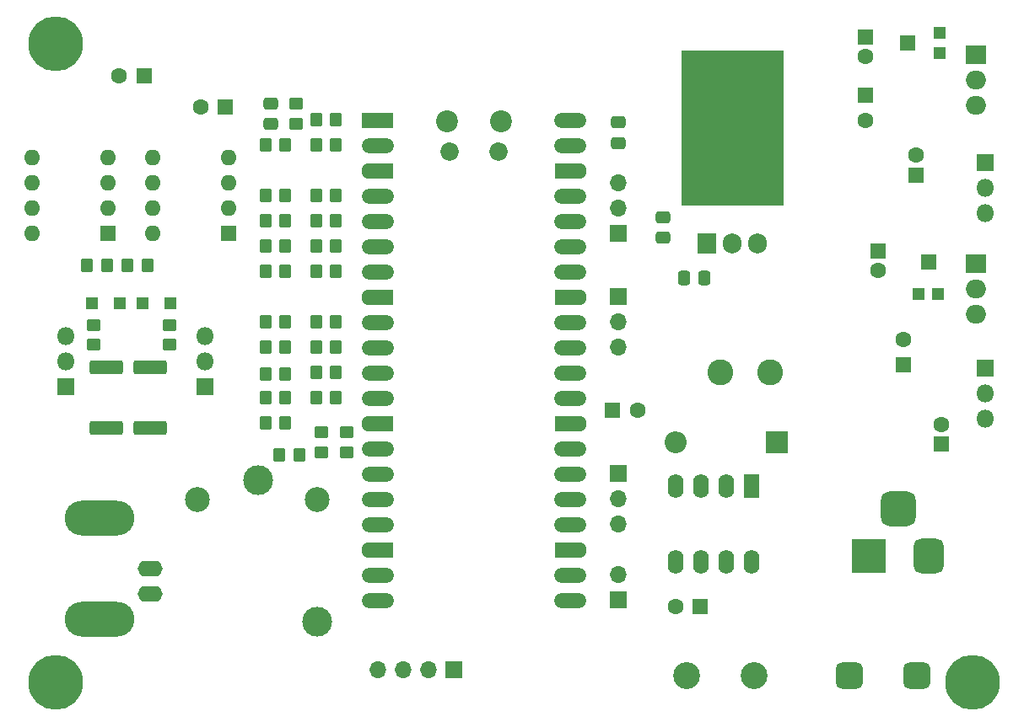
<source format=gbr>
%TF.GenerationSoftware,KiCad,Pcbnew,8.0.1*%
%TF.CreationDate,2024-05-10T21:26:45+02:00*%
%TF.ProjectId,SiganlGen,53696761-6e6c-4476-956e-2e6b69636164,rev?*%
%TF.SameCoordinates,Original*%
%TF.FileFunction,Soldermask,Top*%
%TF.FilePolarity,Negative*%
%FSLAX46Y46*%
G04 Gerber Fmt 4.6, Leading zero omitted, Abs format (unit mm)*
G04 Created by KiCad (PCBNEW 8.0.1) date 2024-05-10 21:26:45*
%MOMM*%
%LPD*%
G01*
G04 APERTURE LIST*
G04 Aperture macros list*
%AMRoundRect*
0 Rectangle with rounded corners*
0 $1 Rounding radius*
0 $2 $3 $4 $5 $6 $7 $8 $9 X,Y pos of 4 corners*
0 Add a 4 corners polygon primitive as box body*
4,1,4,$2,$3,$4,$5,$6,$7,$8,$9,$2,$3,0*
0 Add four circle primitives for the rounded corners*
1,1,$1+$1,$2,$3*
1,1,$1+$1,$4,$5*
1,1,$1+$1,$6,$7*
1,1,$1+$1,$8,$9*
0 Add four rect primitives between the rounded corners*
20,1,$1+$1,$2,$3,$4,$5,0*
20,1,$1+$1,$4,$5,$6,$7,0*
20,1,$1+$1,$6,$7,$8,$9,0*
20,1,$1+$1,$8,$9,$2,$3,0*%
%AMFreePoly0*
4,1,28,0.178017,0.779942,0.347107,0.720775,0.498792,0.625465,0.625465,0.498792,0.720775,0.347107,0.779942,0.178017,0.800000,0.000000,0.779942,-0.178017,0.720775,-0.347107,0.625465,-0.498792,0.498792,-0.625465,0.347107,-0.720775,0.178017,-0.779942,0.000000,-0.800000,-2.200000,-0.800000,-2.205014,-0.794986,-2.244504,-0.794986,-2.324698,-0.756366,-2.380194,-0.686777,-2.400000,-0.600000,
-2.400000,0.600000,-2.380194,0.686777,-2.324698,0.756366,-2.244504,0.794986,-2.205014,0.794986,-2.200000,0.800000,0.000000,0.800000,0.178017,0.779942,0.178017,0.779942,$1*%
%AMFreePoly1*
4,1,28,0.605014,0.794986,0.644504,0.794986,0.724698,0.756366,0.780194,0.686777,0.800000,0.600000,0.800000,-0.600000,0.780194,-0.686777,0.724698,-0.756366,0.644504,-0.794986,0.605014,-0.794986,0.600000,-0.800000,0.000000,-0.800000,-0.178017,-0.779942,-0.347107,-0.720775,-0.498792,-0.625465,-0.625465,-0.498792,-0.720775,-0.347107,-0.779942,-0.178017,-0.800000,0.000000,-0.779942,0.178017,
-0.720775,0.347107,-0.625465,0.498792,-0.498792,0.625465,-0.347107,0.720775,-0.178017,0.779942,0.000000,0.800000,0.600000,0.800000,0.605014,0.794986,0.605014,0.794986,$1*%
%AMFreePoly2*
4,1,29,0.605014,0.794986,0.644504,0.794986,0.724698,0.756366,0.780194,0.686777,0.800000,0.600000,0.800000,-0.600000,0.780194,-0.686777,0.724698,-0.756366,0.644504,-0.794986,0.605014,-0.794986,0.600000,-0.800000,0.000000,-0.800000,-1.600000,-0.800000,-1.778017,-0.779942,-1.947107,-0.720775,-2.098792,-0.625465,-2.225465,-0.498792,-2.320775,-0.347107,-2.379942,-0.178017,-2.400000,0.000000,
-2.379942,0.178017,-2.320775,0.347107,-2.225465,0.498792,-2.098792,0.625465,-1.947107,0.720775,-1.778017,0.779942,-1.600000,0.800000,0.600000,0.800000,0.605014,0.794986,0.605014,0.794986,$1*%
%AMFreePoly3*
4,1,28,0.178017,0.779942,0.347107,0.720775,0.498792,0.625465,0.625465,0.498792,0.720775,0.347107,0.779942,0.178017,0.800000,0.000000,0.779942,-0.178017,0.720775,-0.347107,0.625465,-0.498792,0.498792,-0.625465,0.347107,-0.720775,0.178017,-0.779942,0.000000,-0.800000,-0.600000,-0.800000,-0.605014,-0.794986,-0.644504,-0.794986,-0.724698,-0.756366,-0.780194,-0.686777,-0.800000,-0.600000,
-0.800000,0.600000,-0.780194,0.686777,-0.724698,0.756366,-0.644504,0.794986,-0.605014,0.794986,-0.600000,0.800000,0.000000,0.800000,0.178017,0.779942,0.178017,0.779942,$1*%
%AMFreePoly4*
4,1,29,1.778017,0.779942,1.947107,0.720775,2.098792,0.625465,2.225465,0.498792,2.320775,0.347107,2.379942,0.178017,2.400000,0.000000,2.379942,-0.178017,2.320775,-0.347107,2.225465,-0.498792,2.098792,-0.625465,1.947107,-0.720775,1.778017,-0.779942,1.600000,-0.800000,0.000000,-0.800000,-0.600000,-0.800000,-0.605014,-0.794986,-0.644504,-0.794986,-0.724698,-0.756366,-0.780194,-0.686777,
-0.800000,-0.600000,-0.800000,0.600000,-0.780194,0.686777,-0.724698,0.756366,-0.644504,0.794986,-0.605014,0.794986,-0.600000,0.800000,1.600000,0.800000,1.778017,0.779942,1.778017,0.779942,$1*%
G04 Aperture macros list end*
%ADD10C,0.100000*%
%ADD11RoundRect,0.250000X0.350000X0.450000X-0.350000X0.450000X-0.350000X-0.450000X0.350000X-0.450000X0*%
%ADD12RoundRect,0.250000X-0.350000X-0.450000X0.350000X-0.450000X0.350000X0.450000X-0.350000X0.450000X0*%
%ADD13RoundRect,0.249999X-1.425001X0.450001X-1.425001X-0.450001X1.425001X-0.450001X1.425001X0.450001X0*%
%ADD14R,1.600000X1.600000*%
%ADD15C,1.600000*%
%ADD16RoundRect,0.250000X0.475000X-0.337500X0.475000X0.337500X-0.475000X0.337500X-0.475000X-0.337500X0*%
%ADD17R,1.800000X1.800000*%
%ADD18O,1.800000X1.800000*%
%ADD19R,1.700000X1.700000*%
%ADD20O,1.700000X1.700000*%
%ADD21O,1.600000X1.600000*%
%ADD22C,2.200000*%
%ADD23C,1.850000*%
%ADD24RoundRect,0.200000X-0.600000X-0.600000X0.600000X-0.600000X0.600000X0.600000X-0.600000X0.600000X0*%
%ADD25FreePoly0,0.000000*%
%ADD26RoundRect,0.800000X-0.800000X-0.000010X0.800000X-0.000010X0.800000X0.000010X-0.800000X0.000010X0*%
%ADD27FreePoly1,0.000000*%
%ADD28FreePoly2,0.000000*%
%ADD29FreePoly3,0.000000*%
%ADD30FreePoly4,0.000000*%
%ADD31O,3.500000X3.500000*%
%ADD32R,1.905000X2.000000*%
%ADD33O,1.905000X2.000000*%
%ADD34C,5.500000*%
%ADD35RoundRect,0.250000X-0.475000X0.337500X-0.475000X-0.337500X0.475000X-0.337500X0.475000X0.337500X0*%
%ADD36RoundRect,0.250000X-0.450000X0.350000X-0.450000X-0.350000X0.450000X-0.350000X0.450000X0.350000X0*%
%ADD37R,2.200000X2.200000*%
%ADD38O,2.200000X2.200000*%
%ADD39R,1.200000X1.200000*%
%ADD40RoundRect,0.675000X0.675000X0.675000X-0.675000X0.675000X-0.675000X-0.675000X0.675000X-0.675000X0*%
%ADD41C,2.700000*%
%ADD42O,2.500000X1.600000*%
%ADD43O,7.000000X3.500000*%
%ADD44R,2.000000X1.905000*%
%ADD45O,2.000000X1.905000*%
%ADD46RoundRect,0.250000X0.450000X-0.350000X0.450000X0.350000X-0.450000X0.350000X-0.450000X-0.350000X0*%
%ADD47R,1.500000X1.600000*%
%ADD48R,3.500000X3.500000*%
%ADD49RoundRect,0.750000X0.750000X1.000000X-0.750000X1.000000X-0.750000X-1.000000X0.750000X-1.000000X0*%
%ADD50RoundRect,0.875000X0.875000X0.875000X-0.875000X0.875000X-0.875000X-0.875000X0.875000X-0.875000X0*%
%ADD51R,1.600000X2.400000*%
%ADD52O,1.600000X2.400000*%
%ADD53RoundRect,0.250000X0.337500X0.475000X-0.337500X0.475000X-0.337500X-0.475000X0.337500X-0.475000X0*%
%ADD54RoundRect,0.249999X1.425001X-0.450001X1.425001X0.450001X-1.425001X0.450001X-1.425001X-0.450001X0*%
%ADD55C,2.600000*%
%ADD56C,3.000000*%
%ADD57C,2.500000*%
%ADD58R,1.600000X1.500000*%
G04 APERTURE END LIST*
D10*
X188595000Y-51689000D02*
X178435000Y-51689000D01*
X178435000Y-36195000D01*
X188595000Y-36195000D01*
X188595000Y-51689000D01*
G36*
X188595000Y-51689000D02*
G01*
X178435000Y-51689000D01*
X178435000Y-36195000D01*
X188595000Y-36195000D01*
X188595000Y-51689000D01*
G37*
D11*
%TO.C,R28*%
X138652000Y-71120000D03*
X136652000Y-71120000D03*
%TD*%
D12*
%TO.C,R41*%
X118745000Y-57785000D03*
X120745000Y-57785000D03*
%TD*%
D13*
%TO.C,R43*%
X125095000Y-68070000D03*
X125095000Y-74170000D03*
%TD*%
D14*
%TO.C,C6*%
X171504887Y-72390000D03*
D15*
X174004887Y-72390000D03*
%TD*%
D16*
%TO.C,C15*%
X137160000Y-43582500D03*
X137160000Y-41507500D03*
%TD*%
D11*
%TO.C,R20*%
X138652000Y-45720000D03*
X136652000Y-45720000D03*
%TD*%
D17*
%TO.C,Q4*%
X116580000Y-69975000D03*
D18*
X116580000Y-67435000D03*
X116580000Y-64895000D03*
%TD*%
D19*
%TO.C,J3*%
X155575000Y-98425000D03*
D20*
X153035000Y-98425000D03*
X150495000Y-98425000D03*
X147955000Y-98425000D03*
%TD*%
D14*
%TO.C,U6*%
X132937500Y-54549800D03*
D21*
X132937500Y-52009800D03*
X132937500Y-49469800D03*
X132937500Y-46929800D03*
X125317500Y-46929800D03*
X125317500Y-49469800D03*
X125317500Y-52009800D03*
X125317500Y-54549800D03*
%TD*%
D11*
%TO.C,R21*%
X138652000Y-50800000D03*
X136652000Y-50800000D03*
%TD*%
D12*
%TO.C,R12*%
X141748000Y-50800000D03*
X143748000Y-50800000D03*
%TD*%
D19*
%TO.C,J5*%
X172085000Y-78740000D03*
D20*
X172085000Y-81280000D03*
X172085000Y-83820000D03*
%TD*%
D19*
%TO.C,J6*%
X172085000Y-60960000D03*
D20*
X172085000Y-63500000D03*
X172085000Y-66040000D03*
%TD*%
D22*
%TO.C,U1*%
X154875000Y-43337500D03*
D23*
X155175000Y-46367500D03*
X160025000Y-46367500D03*
D22*
X160325000Y-43337500D03*
D24*
X148710000Y-43207500D03*
D25*
X148710000Y-43207500D03*
D15*
X148710000Y-45747500D03*
D26*
X147910000Y-45747500D03*
D27*
X148710000Y-48287500D03*
D28*
X148710000Y-48287500D03*
D15*
X148710000Y-50827500D03*
D26*
X147910000Y-50827500D03*
D15*
X148710000Y-53367500D03*
D26*
X147910000Y-53367500D03*
D15*
X148710000Y-55907500D03*
D26*
X147910000Y-55907500D03*
D15*
X148710000Y-58447500D03*
D26*
X147910000Y-58447500D03*
D27*
X148710000Y-60987500D03*
D28*
X148710000Y-60987500D03*
D15*
X148710000Y-63527500D03*
D26*
X147910000Y-63527500D03*
D15*
X148710000Y-66067500D03*
D26*
X147910000Y-66067500D03*
D15*
X148710000Y-68607500D03*
D26*
X147910000Y-68607500D03*
D15*
X148710000Y-71147500D03*
D26*
X147910000Y-71147500D03*
D27*
X148710000Y-73687500D03*
D28*
X148710000Y-73687500D03*
D15*
X148710000Y-76227500D03*
D26*
X147910000Y-76227500D03*
D15*
X148710000Y-78767500D03*
D26*
X147910000Y-78767500D03*
D15*
X148710000Y-81307500D03*
D26*
X147910000Y-81307500D03*
D15*
X148710000Y-83847500D03*
D26*
X147910000Y-83847500D03*
D27*
X148710000Y-86387500D03*
D28*
X148710000Y-86387500D03*
D15*
X148710000Y-88927500D03*
D26*
X147910000Y-88927500D03*
D15*
X148710000Y-91467500D03*
D26*
X147910000Y-91467500D03*
D15*
X166490000Y-91467500D03*
D26*
X167290000Y-91467500D03*
D15*
X166490000Y-88927500D03*
D26*
X167290000Y-88927500D03*
D29*
X166490000Y-86387500D03*
D30*
X166490000Y-86387500D03*
D15*
X166490000Y-83847500D03*
D26*
X167290000Y-83847500D03*
D15*
X166490000Y-81307500D03*
D26*
X167290000Y-81307500D03*
D15*
X166490000Y-78767500D03*
D26*
X167290000Y-78767500D03*
D15*
X166490000Y-76227500D03*
D26*
X167290000Y-76227500D03*
D29*
X166490000Y-73687500D03*
D30*
X166490000Y-73687500D03*
D15*
X166490000Y-71147500D03*
D26*
X167290000Y-71147500D03*
D15*
X166490000Y-68607500D03*
D26*
X167290000Y-68607500D03*
D15*
X166490000Y-66067500D03*
D26*
X167290000Y-66067500D03*
D15*
X166490000Y-63527500D03*
D26*
X167290000Y-63527500D03*
D29*
X166490000Y-60987500D03*
D30*
X166490000Y-60987500D03*
D15*
X166490000Y-58447500D03*
D26*
X167290000Y-58447500D03*
D15*
X166490000Y-55907500D03*
D26*
X167290000Y-55907500D03*
D15*
X166490000Y-53367500D03*
D26*
X167290000Y-53367500D03*
D15*
X166490000Y-50827500D03*
D26*
X167290000Y-50827500D03*
D29*
X166490000Y-48287500D03*
D30*
X166490000Y-48287500D03*
D15*
X166490000Y-45747500D03*
D26*
X167290000Y-45747500D03*
D15*
X166490000Y-43207500D03*
D26*
X167290000Y-43207500D03*
%TD*%
D11*
%TO.C,R23*%
X138652000Y-55880000D03*
X136652000Y-55880000D03*
%TD*%
D31*
%TO.C,U3*%
X183515000Y-38925000D03*
D32*
X180975000Y-55585000D03*
D33*
X183515000Y-55585000D03*
X186055000Y-55585000D03*
%TD*%
D17*
%TO.C,Q1*%
X208915000Y-47447556D03*
D18*
X208915000Y-49987556D03*
X208915000Y-52527556D03*
%TD*%
D34*
%TO.C,REF\u002A\u002A*%
X115570000Y-35560000D03*
%TD*%
D35*
%TO.C,C5*%
X176530000Y-52937500D03*
X176530000Y-55012500D03*
%TD*%
D34*
%TO.C,REF\u002A\u002A*%
X115570000Y-99695000D03*
%TD*%
D36*
%TO.C,R31*%
X142240000Y-74565000D03*
X142240000Y-76565000D03*
%TD*%
D19*
%TO.C,J7*%
X172085000Y-54610000D03*
D20*
X172085000Y-52070000D03*
X172085000Y-49530000D03*
%TD*%
D37*
%TO.C,D2*%
X187950000Y-75555000D03*
D38*
X177790000Y-75555000D03*
%TD*%
D14*
%TO.C,C22*%
X124460000Y-38735000D03*
D15*
X121960000Y-38735000D03*
%TD*%
D39*
%TO.C,D9*%
X127130000Y-61595000D03*
X124330000Y-61595000D03*
%TD*%
D14*
%TO.C,C7*%
X201930000Y-48717556D03*
D15*
X201930000Y-46717556D03*
%TD*%
D12*
%TO.C,R16*%
X141748000Y-63500000D03*
X143748000Y-63500000D03*
%TD*%
D39*
%TO.C,D8*%
X122050000Y-61595000D03*
X119250000Y-61595000D03*
%TD*%
D36*
%TO.C,R39*%
X119380000Y-63770000D03*
X119380000Y-65770000D03*
%TD*%
D40*
%TO.C,F1*%
X202055000Y-99060000D03*
X195295000Y-99060000D03*
D41*
X185705000Y-99060000D03*
X178945000Y-99060000D03*
%TD*%
D36*
%TO.C,R30*%
X144780000Y-74565000D03*
X144780000Y-76565000D03*
%TD*%
D12*
%TO.C,R13*%
X141748000Y-53340000D03*
X143748000Y-53340000D03*
%TD*%
%TO.C,R14*%
X141748000Y-55880000D03*
X143748000Y-55880000D03*
%TD*%
D36*
%TO.C,R32*%
X139700000Y-41545000D03*
X139700000Y-43545000D03*
%TD*%
D42*
%TO.C,J2*%
X125095000Y-88265000D03*
D43*
X120015000Y-93345000D03*
D42*
X125095000Y-90805000D03*
D43*
X120015000Y-83185000D03*
%TD*%
D44*
%TO.C,U5*%
X207962500Y-57607556D03*
D45*
X207962500Y-60147556D03*
X207962500Y-62687556D03*
%TD*%
D44*
%TO.C,U4*%
X207985000Y-36652556D03*
D45*
X207985000Y-39192556D03*
X207985000Y-41732556D03*
%TD*%
D46*
%TO.C,R40*%
X127000000Y-65770000D03*
X127000000Y-63770000D03*
%TD*%
D39*
%TO.C,R6*%
X204365000Y-36446056D03*
D47*
X201115000Y-35446056D03*
D39*
X204365000Y-34446056D03*
%TD*%
D48*
%TO.C,J1*%
X197200000Y-86995000D03*
D49*
X203200000Y-86995000D03*
D50*
X200200000Y-82295000D03*
%TD*%
D14*
%TO.C,C8*%
X204470000Y-75772556D03*
D15*
X204470000Y-73772556D03*
%TD*%
D16*
%TO.C,C1*%
X172085000Y-45487500D03*
X172085000Y-43412500D03*
%TD*%
D14*
%TO.C,C23*%
X132650113Y-41910000D03*
D15*
X130150113Y-41910000D03*
%TD*%
D12*
%TO.C,R18*%
X141748000Y-68580000D03*
X143748000Y-68580000D03*
%TD*%
D51*
%TO.C,U2*%
X185410000Y-80010000D03*
D52*
X182870000Y-80010000D03*
X180330000Y-80010000D03*
X177790000Y-80010000D03*
X177790000Y-87630000D03*
X180330000Y-87630000D03*
X182870000Y-87630000D03*
X185410000Y-87630000D03*
%TD*%
D14*
%TO.C,C13*%
X196850000Y-40704888D03*
D15*
X196850000Y-43204888D03*
%TD*%
D11*
%TO.C,R22*%
X138652000Y-53340000D03*
X136652000Y-53340000D03*
%TD*%
D17*
%TO.C,Q5*%
X130550000Y-69975000D03*
D18*
X130550000Y-67435000D03*
X130550000Y-64895000D03*
%TD*%
D14*
%TO.C,C2*%
X180290000Y-92065000D03*
D15*
X177790000Y-92065000D03*
%TD*%
D11*
%TO.C,R29*%
X138652000Y-73660000D03*
X136652000Y-73660000D03*
%TD*%
%TO.C,R24*%
X138652000Y-58420000D03*
X136652000Y-58420000D03*
%TD*%
D53*
%TO.C,C4*%
X180742500Y-59055000D03*
X178667500Y-59055000D03*
%TD*%
D12*
%TO.C,R11*%
X141748000Y-45720000D03*
X143748000Y-45720000D03*
%TD*%
D14*
%TO.C,U7*%
X120882500Y-54539800D03*
D21*
X120882500Y-51999800D03*
X120882500Y-49459800D03*
X120882500Y-46919800D03*
X113262500Y-46919800D03*
X113262500Y-49459800D03*
X113262500Y-51999800D03*
X113262500Y-54539800D03*
%TD*%
D19*
%TO.C,J4*%
X172085000Y-91440000D03*
D20*
X172085000Y-88900000D03*
%TD*%
D54*
%TO.C,R42*%
X120650000Y-74170000D03*
X120650000Y-68070000D03*
%TD*%
D12*
%TO.C,R15*%
X141748000Y-58420000D03*
X143748000Y-58420000D03*
%TD*%
%TO.C,R19*%
X141748000Y-71120000D03*
X143748000Y-71120000D03*
%TD*%
D34*
%TO.C,REF\u002A\u002A*%
X207645000Y-99695000D03*
%TD*%
D14*
%TO.C,C12*%
X198120000Y-56337556D03*
D15*
X198120000Y-58337556D03*
%TD*%
D55*
%TO.C,L1*%
X187315000Y-68580000D03*
X182315000Y-68580000D03*
%TD*%
D56*
%TO.C,K1*%
X135890000Y-79375000D03*
X141890000Y-93575000D03*
D57*
X129840000Y-81325000D03*
X141840000Y-81325000D03*
%TD*%
D11*
%TO.C,R38*%
X124825000Y-57785000D03*
X122825000Y-57785000D03*
%TD*%
D14*
%TO.C,C11*%
X196850000Y-34811056D03*
D15*
X196850000Y-36811056D03*
%TD*%
D11*
%TO.C,R26*%
X138652000Y-66040000D03*
X136652000Y-66040000D03*
%TD*%
D12*
%TO.C,R10*%
X141748000Y-43180000D03*
X143748000Y-43180000D03*
%TD*%
D11*
%TO.C,R27*%
X138652000Y-68707000D03*
X136652000Y-68707000D03*
%TD*%
D12*
%TO.C,R17*%
X141748000Y-66040000D03*
X143748000Y-66040000D03*
%TD*%
D14*
%TO.C,C14*%
X200660000Y-67767556D03*
D15*
X200660000Y-65267556D03*
%TD*%
D17*
%TO.C,Q2*%
X208907500Y-68085056D03*
D18*
X208907500Y-70625056D03*
X208907500Y-73165056D03*
%TD*%
D11*
%TO.C,R25*%
X138652000Y-63500000D03*
X136652000Y-63500000D03*
%TD*%
D39*
%TO.C,R7*%
X202192500Y-60677556D03*
D58*
X203192500Y-57427556D03*
D39*
X204192500Y-60677556D03*
%TD*%
D12*
%TO.C,R34*%
X138065000Y-76835000D03*
X140065000Y-76835000D03*
%TD*%
M02*

</source>
